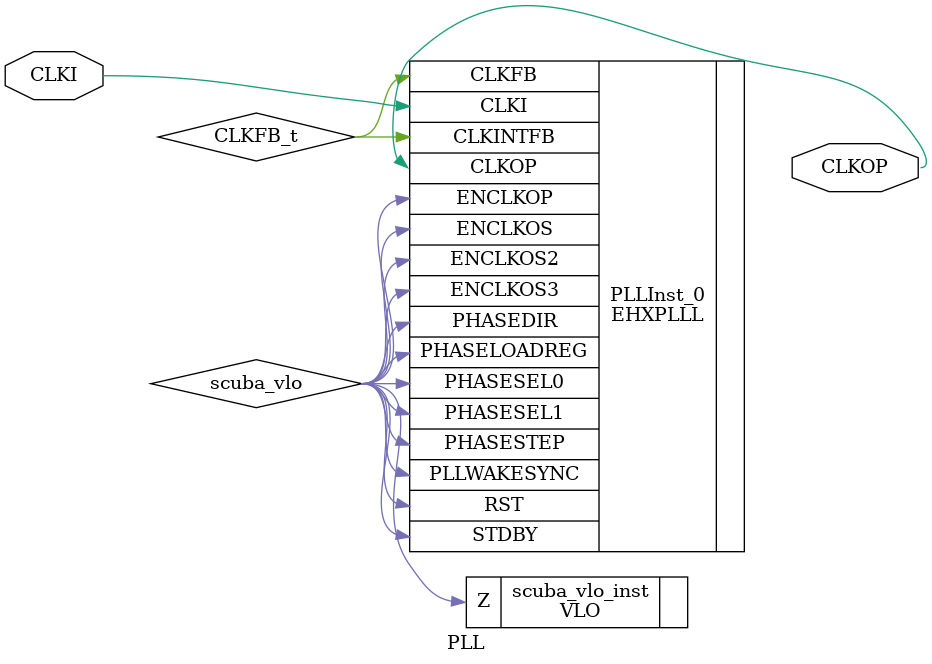
<source format=v>

module PLL (CLKI, CLKOP) /* synthesis NGD_DRC_MASK=1, syn_module_defined=1 */ ;   // /home/user/SDR-HLS/1.RTLImplementation/4.lattice/Version0/IP/PLL/PLL.v(8[8:11])
    input CLKI;   // /home/user/SDR-HLS/1.RTLImplementation/4.lattice/Version0/IP/PLL/PLL.v(9[16:20])
    output CLKOP;   // /home/user/SDR-HLS/1.RTLImplementation/4.lattice/Version0/IP/PLL/PLL.v(10[17:22])
    
    wire CLKI /* synthesis is_clock=1 */ ;   // /home/user/SDR-HLS/1.RTLImplementation/4.lattice/Version0/IP/PLL/PLL.v(9[16:20])
    
    wire CLKFB_t, scuba_vlo, VCC_net;
    
    VLO scuba_vlo_inst (.Z(scuba_vlo));
    EHXPLLL PLLInst_0 (.CLKI(CLKI), .CLKFB(CLKFB_t), .PHASESEL0(scuba_vlo), 
            .PHASESEL1(scuba_vlo), .PHASEDIR(scuba_vlo), .PHASESTEP(scuba_vlo), 
            .PHASELOADREG(scuba_vlo), .STDBY(scuba_vlo), .PLLWAKESYNC(scuba_vlo), 
            .RST(scuba_vlo), .ENCLKOP(scuba_vlo), .ENCLKOS(scuba_vlo), 
            .ENCLKOS2(scuba_vlo), .ENCLKOS3(scuba_vlo), .CLKOP(CLKOP), 
            .CLKINTFB(CLKFB_t)) /* synthesis FREQUENCY_PIN_CLKOP="83.333333", FREQUENCY_PIN_CLKI="25.000000", ICP_CURRENT="5", LPF_RESISTOR="16", syn_instantiated=1 */ ;
    defparam PLLInst_0.CLKI_DIV = 3;
    defparam PLLInst_0.CLKFB_DIV = 10;
    defparam PLLInst_0.CLKOP_DIV = 7;
    defparam PLLInst_0.CLKOS_DIV = 1;
    defparam PLLInst_0.CLKOS2_DIV = 1;
    defparam PLLInst_0.CLKOS3_DIV = 1;
    defparam PLLInst_0.CLKOP_ENABLE = "ENABLED";
    defparam PLLInst_0.CLKOS_ENABLE = "DISABLED";
    defparam PLLInst_0.CLKOS2_ENABLE = "DISABLED";
    defparam PLLInst_0.CLKOS3_ENABLE = "DISABLED";
    defparam PLLInst_0.CLKOP_CPHASE = 6;
    defparam PLLInst_0.CLKOS_CPHASE = 0;
    defparam PLLInst_0.CLKOS2_CPHASE = 0;
    defparam PLLInst_0.CLKOS3_CPHASE = 0;
    defparam PLLInst_0.CLKOP_FPHASE = 0;
    defparam PLLInst_0.CLKOS_FPHASE = 0;
    defparam PLLInst_0.CLKOS2_FPHASE = 0;
    defparam PLLInst_0.CLKOS3_FPHASE = 0;
    defparam PLLInst_0.FEEDBK_PATH = "INT_OP";
    defparam PLLInst_0.CLKOP_TRIM_POL = "FALLING";
    defparam PLLInst_0.CLKOP_TRIM_DELAY = 0;
    defparam PLLInst_0.CLKOS_TRIM_POL = "FALLING";
    defparam PLLInst_0.CLKOS_TRIM_DELAY = 0;
    defparam PLLInst_0.OUTDIVIDER_MUXA = "DIVA";
    defparam PLLInst_0.OUTDIVIDER_MUXB = "DIVB";
    defparam PLLInst_0.OUTDIVIDER_MUXC = "DIVC";
    defparam PLLInst_0.OUTDIVIDER_MUXD = "DIVD";
    defparam PLLInst_0.PLL_LOCK_MODE = 0;
    defparam PLLInst_0.PLL_LOCK_DELAY = 200;
    defparam PLLInst_0.STDBY_ENABLE = "DISABLED";
    defparam PLLInst_0.REFIN_RESET = "DISABLED";
    defparam PLLInst_0.SYNC_ENABLE = "DISABLED";
    defparam PLLInst_0.INT_LOCK_STICKY = "ENABLED";
    defparam PLLInst_0.DPHASE_SOURCE = "DISABLED";
    defparam PLLInst_0.PLLRST_ENA = "DISABLED";
    defparam PLLInst_0.INTFB_WAKE = "DISABLED";
    PUR PUR_INST (.PUR(VCC_net));
    defparam PUR_INST.RST_PULSE = 1;
    VHI i48 (.Z(VCC_net));
    GSR GSR_INST (.GSR(VCC_net));
    
endmodule
//
// Verilog Description of module PUR
// module not written out since it is a black-box. 
//


</source>
